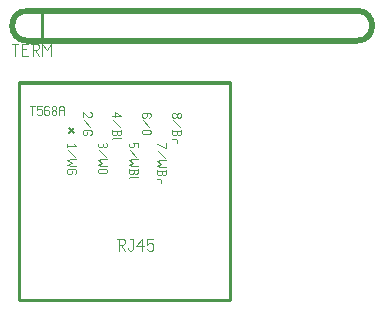
<source format=gbr>
G04 start of page 8 for group -4079 idx -4079 *
G04 Title: (unknown), topsilk *
G04 Creator: pcb 1.99z *
G04 CreationDate: Mon Aug 31 22:19:21 2015 UTC *
G04 For: commonadmin *
G04 Format: Gerber/RS-274X *
G04 PCB-Dimensions (mil): 1300.00 1100.00 *
G04 PCB-Coordinate-Origin: lower left *
%MOIN*%
%FSLAX25Y25*%
%LNTOPSILK*%
%ADD55C,0.0040*%
%ADD54C,0.0200*%
%ADD53C,0.0030*%
%ADD52C,0.0060*%
%ADD51C,0.0100*%
G54D51*X75602Y52130D02*Y81106D01*
X60681D01*
X75602Y52169D02*Y8665D01*
G54D52*X22098Y64374D02*X23673Y65949D01*
X22098D02*X23673Y64374D01*
G54D51*X17886Y81106D02*X62886D01*
X5130D02*X18909D01*
X5130Y52130D02*Y81106D01*
Y52169D02*Y8665D01*
X75602D01*
G54D53*X37426Y71264D02*X39301Y69764D01*
X37426Y71264D02*Y69389D01*
X36301Y69764D02*X39301D01*
X36676Y68489D02*X38926Y66239D01*
X36301Y65339D02*Y63839D01*
X36676Y63464D01*
X37576D01*
X37951Y63839D02*X37576Y63464D01*
X37951Y64964D02*Y63839D01*
X36301Y64964D02*X39301D01*
Y65339D02*Y63839D01*
X38926Y63464D01*
X38326D02*X38926D01*
X37951Y63839D02*X38326Y63464D01*
X36676Y62564D02*X39301D01*
X36676D02*X36301Y62189D01*
X44813Y61028D02*Y59528D01*
X43313Y61028D02*X44813D01*
X43313D02*X43688Y60653D01*
Y59903D01*
X43313Y59528D01*
X42188D02*X43313D01*
X41813Y59903D02*X42188Y59528D01*
X41813Y60653D02*Y59903D01*
X42188Y61028D02*X41813Y60653D01*
X42188Y58628D02*X44438Y56378D01*
X43313Y55478D02*X44813D01*
X43313D02*X41813Y55103D01*
X43313Y54353D01*
X41813Y53603D01*
X43313Y53228D01*
X44813D01*
X41813Y52328D02*Y50828D01*
X42188Y50453D01*
X43088D01*
X43463Y50828D02*X43088Y50453D01*
X43463Y51953D02*Y50828D01*
X41813Y51953D02*X44813D01*
Y52328D02*Y50828D01*
X44438Y50453D01*
X43838D02*X44438D01*
X43463Y50828D02*X43838Y50453D01*
X42188Y49553D02*X44813D01*
X42188D02*X41813Y49178D01*
X49144Y69745D02*X48769Y69370D01*
X49144Y70495D02*Y69745D01*
X48769Y70870D02*X49144Y70495D01*
X46519Y70870D02*X48769D01*
X46519D02*X46144Y70495D01*
X47794Y69745D02*X47419Y69370D01*
X47794Y70870D02*Y69745D01*
X46144Y70495D02*Y69745D01*
X46519Y69370D01*
X47419D01*
X46519Y68470D02*X48769Y66220D01*
X46519Y65320D02*X48769D01*
X49144Y64945D01*
Y64195D01*
X48769Y63820D01*
X46519D02*X48769D01*
X46144Y64195D02*X46519Y63820D01*
X46144Y64945D02*Y64195D01*
X46519Y65320D02*X46144Y64945D01*
X56755Y70870D02*X56380Y70495D01*
X56755Y70870D02*X57355D01*
X57880Y70345D01*
Y69895D01*
X57355Y69370D01*
X56755D02*X57355D01*
X56380Y69745D02*X56755Y69370D01*
X56380Y70495D02*Y69745D01*
X58405Y70870D02*X57880Y70345D01*
X58405Y70870D02*X59005D01*
X59380Y70495D01*
Y69745D01*
X59005Y69370D01*
X58405D02*X59005D01*
X57880Y69895D02*X58405Y69370D01*
X56755Y68470D02*X59005Y66220D01*
X56380Y65320D02*Y63820D01*
X56755Y63445D01*
X57655D01*
X58030Y63820D02*X57655Y63445D01*
X58030Y64945D02*Y63820D01*
X56380Y64945D02*X59380D01*
Y65320D02*Y63820D01*
X59005Y63445D01*
X58405D02*X59005D01*
X58030Y63820D02*X58405Y63445D01*
X56380Y62170D02*X57505D01*
X57880Y61795D01*
Y61045D01*
Y62545D02*X57505Y62170D01*
X23741Y60634D02*X24341Y60034D01*
X21341D02*X24341D01*
X21341Y60634D02*Y59509D01*
X21716Y58609D02*X23966Y56359D01*
X22841Y55459D02*X24341D01*
X22841D02*X21341Y55084D01*
X22841Y54334D01*
X21341Y53584D01*
X22841Y53209D01*
X24341D01*
Y50809D02*X23966Y50434D01*
X24341Y51934D02*Y50809D01*
X23966Y52309D02*X24341Y51934D01*
X21716Y52309D02*X23966D01*
X21716D02*X21341Y51934D01*
Y50809D01*
X21716Y50434D01*
X22466D01*
X22841Y50809D02*X22466Y50434D01*
X22841Y51559D02*Y50809D01*
X29084Y71264D02*X29459Y70889D01*
Y69764D01*
X29084Y69389D01*
X28334D02*X29084D01*
X26459Y71264D02*X28334Y69389D01*
X26459Y71264D02*Y69389D01*
X26834Y68489D02*X29084Y66239D01*
X29459Y63839D02*X29084Y63464D01*
X29459Y64964D02*Y63839D01*
X29084Y65339D02*X29459Y64964D01*
X26834Y65339D02*X29084D01*
X26834D02*X26459Y64964D01*
Y63839D01*
X26834Y63464D01*
X27584D01*
X27959Y63839D02*X27584Y63464D01*
X27959Y64589D02*Y63839D01*
X34202Y61028D02*X34577Y60653D01*
Y59903D01*
X34202Y59528D01*
X31577Y59903D02*X31952Y59528D01*
X31577Y60653D02*Y59903D01*
X31952Y61028D02*X31577Y60653D01*
X33227D02*Y59903D01*
X33602Y59528D02*X34202D01*
X31952D02*X32852D01*
X33227Y59903D01*
X33602Y59528D02*X33227Y59903D01*
X31952Y58628D02*X34202Y56378D01*
X33077Y55478D02*X34577D01*
X33077D02*X31577Y55103D01*
X33077Y54353D01*
X31577Y53603D01*
X33077Y53228D01*
X34577D01*
X31952Y52328D02*X34202D01*
X34577Y51953D01*
Y51203D01*
X34202Y50828D01*
X31952D02*X34202D01*
X31577Y51203D02*X31952Y50828D01*
X31577Y51953D02*Y51203D01*
X31952Y52328D02*X31577Y51953D01*
X51262Y60653D02*X54262Y59153D01*
Y61028D02*Y59153D01*
X51637Y58253D02*X53887Y56003D01*
X52762Y55103D02*X54262D01*
X52762D02*X51262Y54728D01*
X52762Y53978D01*
X51262Y53228D01*
X52762Y52853D01*
X54262D01*
X51262Y51953D02*Y50453D01*
X51637Y50078D01*
X52537D01*
X52912Y50453D02*X52537Y50078D01*
X52912Y51578D02*Y50453D01*
X51262Y51578D02*X54262D01*
Y51953D02*Y50453D01*
X53887Y50078D01*
X53287D02*X53887D01*
X52912Y50453D02*X53287Y50078D01*
X51262Y48803D02*X52387D01*
X52762Y48428D01*
Y47678D01*
Y49178D02*X52387Y48803D01*
X8949Y73270D02*X10449D01*
X9699D02*Y70270D01*
X11349Y73270D02*X12849D01*
X11349D02*Y71770D01*
X11724Y72145D01*
X12474D01*
X12849Y71770D01*
Y70645D01*
X12474Y70270D02*X12849Y70645D01*
X11724Y70270D02*X12474D01*
X11349Y70645D02*X11724Y70270D01*
X14874Y73270D02*X15249Y72895D01*
X14124Y73270D02*X14874D01*
X13749Y72895D02*X14124Y73270D01*
X13749Y72895D02*Y70645D01*
X14124Y70270D01*
X14874Y71920D02*X15249Y71545D01*
X13749Y71920D02*X14874D01*
X14124Y70270D02*X14874D01*
X15249Y70645D01*
Y71545D02*Y70645D01*
X16149D02*X16524Y70270D01*
X16149Y71245D02*Y70645D01*
Y71245D02*X16674Y71770D01*
X17124D01*
X17649Y71245D01*
Y70645D01*
X17274Y70270D02*X17649Y70645D01*
X16524Y70270D02*X17274D01*
X16149Y72295D02*X16674Y71770D01*
X16149Y72895D02*Y72295D01*
Y72895D02*X16524Y73270D01*
X17274D01*
X17649Y72895D01*
Y72295D01*
X17124Y71770D02*X17649Y72295D01*
X18549Y72520D02*Y70270D01*
Y72520D02*X19074Y73270D01*
X19899D01*
X20424Y72520D01*
Y70270D01*
X18549Y71770D02*X20424D01*
G54D54*X8000Y95000D02*X118000D01*
X8000Y105000D02*X118000D01*
G54D51*X13000D02*Y95000D01*
G54D54*X8000Y105000D02*G75*G03X8000Y95000I0J-5000D01*G01*
X118000D02*G75*G03X118000Y105000I0J5000D01*G01*
G54D51*X18000Y80945D02*X63000D01*
X5244D02*X19024D01*
X75717Y51969D02*Y80945D01*
X60795D01*
X75717Y52008D02*Y8504D01*
X5244Y51969D02*Y80945D01*
Y52008D02*Y8504D01*
X75717D01*
G54D55*X3000Y94000D02*X5000D01*
X4000D02*Y90000D01*
X6200Y92200D02*X7700D01*
X6200Y90000D02*X8200D01*
X6200Y94000D02*Y90000D01*
Y94000D02*X8200D01*
X9400D02*X11400D01*
X11900Y93500D01*
Y92500D01*
X11400Y92000D02*X11900Y92500D01*
X9900Y92000D02*X11400D01*
X9900Y94000D02*Y90000D01*
X10700Y92000D02*X11900Y90000D01*
X13100Y94000D02*Y90000D01*
Y94000D02*X14600Y92000D01*
X16100Y94000D01*
Y90000D01*
X38000Y29000D02*X40000D01*
X40500Y28500D01*
Y27500D01*
X40000Y27000D02*X40500Y27500D01*
X38500Y27000D02*X40000D01*
X38500Y29000D02*Y25000D01*
X39300Y27000D02*X40500Y25000D01*
X42400Y29000D02*X43200D01*
Y25500D01*
X42700Y25000D02*X43200Y25500D01*
X42200Y25000D02*X42700D01*
X41700Y25500D02*X42200Y25000D01*
X41700Y26000D02*Y25500D01*
X44400Y26500D02*X46400Y29000D01*
X44400Y26500D02*X46900D01*
X46400Y29000D02*Y25000D01*
X48100Y29000D02*X50100D01*
X48100D02*Y27000D01*
X48600Y27500D01*
X49600D01*
X50100Y27000D01*
Y25500D01*
X49600Y25000D02*X50100Y25500D01*
X48600Y25000D02*X49600D01*
X48100Y25500D02*X48600Y25000D01*
M02*

</source>
